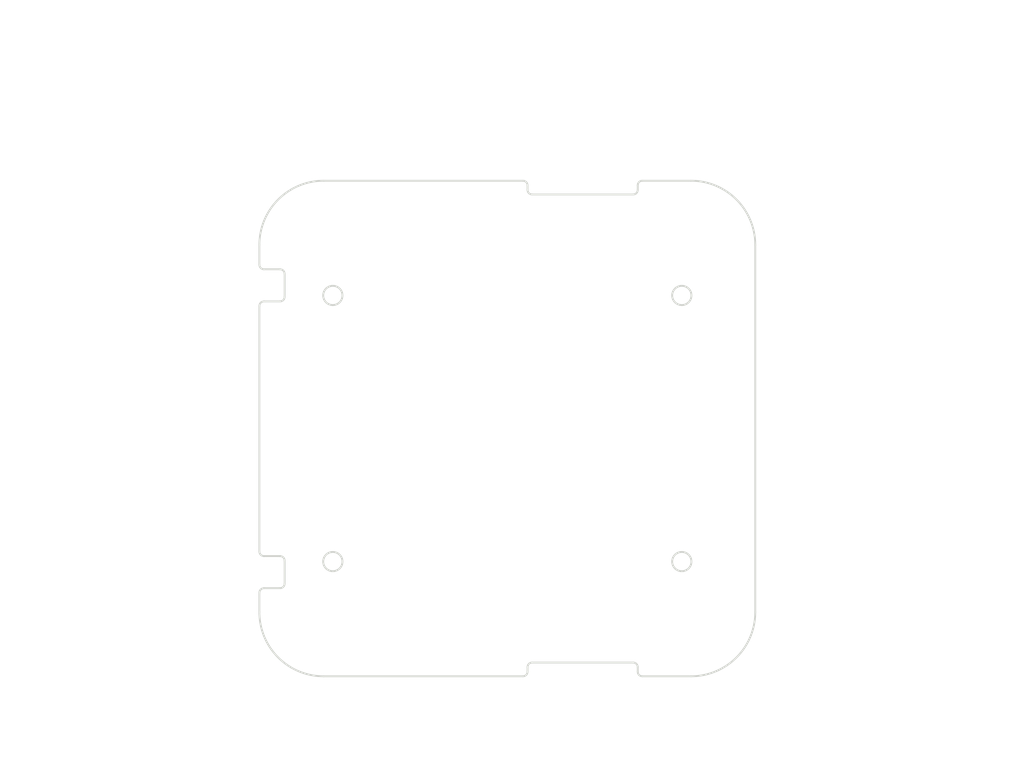
<source format=kicad_pcb>
(kicad_pcb (version 20171130) (host pcbnew "(5.1.0)-1")

  (general
    (thickness 1.6)
    (drawings 120)
    (tracks 0)
    (zones 0)
    (modules 0)
    (nets 1)
  )

  (page A4)
  (layers
    (0 F.Cu signal)
    (31 B.Cu signal)
    (32 B.Adhes user)
    (33 F.Adhes user)
    (34 B.Paste user)
    (35 F.Paste user)
    (36 B.SilkS user)
    (37 F.SilkS user)
    (38 B.Mask user)
    (39 F.Mask user)
    (40 Dwgs.User user)
    (41 Cmts.User user)
    (42 Eco1.User user)
    (43 Eco2.User user)
    (44 Edge.Cuts user)
    (45 Margin user)
    (46 B.CrtYd user)
    (47 F.CrtYd user)
    (48 B.Fab user)
    (49 F.Fab user)
  )

  (setup
    (last_trace_width 0.25)
    (trace_clearance 0.2)
    (zone_clearance 0.508)
    (zone_45_only no)
    (trace_min 0.2)
    (via_size 0.8)
    (via_drill 0.4)
    (via_min_size 0.4)
    (via_min_drill 0.3)
    (uvia_size 0.3)
    (uvia_drill 0.1)
    (uvias_allowed no)
    (uvia_min_size 0.2)
    (uvia_min_drill 0.1)
    (edge_width 0.05)
    (segment_width 0.2)
    (pcb_text_width 0.3)
    (pcb_text_size 1.5 1.5)
    (mod_edge_width 0.12)
    (mod_text_size 1 1)
    (mod_text_width 0.15)
    (pad_size 1.524 1.524)
    (pad_drill 0.762)
    (pad_to_mask_clearance 0.051)
    (solder_mask_min_width 0.25)
    (aux_axis_origin 0 0)
    (visible_elements FFFFFF7F)
    (pcbplotparams
      (layerselection 0x010fc_ffffffff)
      (usegerberextensions false)
      (usegerberattributes false)
      (usegerberadvancedattributes false)
      (creategerberjobfile false)
      (excludeedgelayer true)
      (linewidth 0.152400)
      (plotframeref false)
      (viasonmask false)
      (mode 1)
      (useauxorigin false)
      (hpglpennumber 1)
      (hpglpenspeed 20)
      (hpglpendiameter 15.000000)
      (psnegative false)
      (psa4output false)
      (plotreference true)
      (plotvalue true)
      (plotinvisibletext false)
      (padsonsilk false)
      (subtractmaskfromsilk false)
      (outputformat 1)
      (mirror false)
      (drillshape 1)
      (scaleselection 1)
      (outputdirectory ""))
  )

  (net 0 "")

  (net_class Default "This is the default net class."
    (clearance 0.2)
    (trace_width 0.25)
    (via_dia 0.8)
    (via_drill 0.4)
    (uvia_dia 0.3)
    (uvia_drill 0.1)
  )

  (gr_line (start 136.926012 65.224606) (end 136.926012 64.724606) (layer Edge.Cuts) (width 0.2))
  (gr_line (start 148.426012 65.724606) (end 137.426012 65.724606) (layer Edge.Cuts) (width 0.2))
  (gr_line (start 148.926012 64.724606) (end 148.926012 65.224606) (layer Edge.Cuts) (width 0.2))
  (gr_line (start 148.926012 117.224606) (end 148.926012 117.724606) (layer Edge.Cuts) (width 0.2))
  (gr_line (start 137.426012 116.724606) (end 148.426012 116.724606) (layer Edge.Cuts) (width 0.2))
  (gr_line (start 136.926012 117.724606) (end 136.926012 117.224606) (layer Edge.Cuts) (width 0.2))
  (gr_arc (start 136.426012 64.724606) (end 136.926012 64.724606) (angle -90) (layer Edge.Cuts) (width 0.2))
  (gr_arc (start 137.426012 65.224606) (end 136.926012 65.224606) (angle -90) (layer Edge.Cuts) (width 0.2))
  (gr_arc (start 148.426012 65.224606) (end 148.426012 65.724606) (angle -90) (layer Edge.Cuts) (width 0.2))
  (gr_arc (start 149.426012 64.724606) (end 149.426012 64.224606) (angle -90) (layer Edge.Cuts) (width 0.2))
  (gr_arc (start 149.426012 117.724606) (end 148.926012 117.724606) (angle -90) (layer Edge.Cuts) (width 0.2))
  (gr_arc (start 148.426012 117.224606) (end 148.926012 117.224606) (angle -90) (layer Edge.Cuts) (width 0.2))
  (gr_arc (start 137.426012 117.224606) (end 137.426012 116.724606) (angle -90) (layer Edge.Cuts) (width 0.2))
  (gr_arc (start 136.426012 117.724606) (end 136.426012 118.224606) (angle -90) (layer Edge.Cuts) (width 0.2))
  (gr_arc (start 114.726012 71.224606) (end 114.726012 64.224606) (angle -90) (layer Edge.Cuts) (width 0.2))
  (gr_arc (start 154.726012 71.224606) (end 161.726012 71.224606) (angle -90) (layer Edge.Cuts) (width 0.2))
  (gr_arc (start 154.726012 111.224606) (end 154.726012 118.224606) (angle -90) (layer Edge.Cuts) (width 0.2))
  (gr_arc (start 114.726012 111.224606) (end 107.726012 111.224606) (angle -90) (layer Edge.Cuts) (width 0.2))
  (gr_line (start 107.726012 71.224606) (end 107.726012 73.374606) (layer Edge.Cuts) (width 0.2))
  (gr_line (start 136.426012 64.224606) (end 114.726012 64.224606) (layer Edge.Cuts) (width 0.2))
  (gr_line (start 154.726012 64.224606) (end 149.426012 64.224606) (layer Edge.Cuts) (width 0.2))
  (gr_line (start 161.726012 111.224606) (end 161.726012 71.224606) (layer Edge.Cuts) (width 0.2))
  (gr_line (start 149.426012 118.224606) (end 154.726012 118.224606) (layer Edge.Cuts) (width 0.2))
  (gr_line (start 114.726012 118.224606) (end 136.426012 118.224606) (layer Edge.Cuts) (width 0.2))
  (gr_line (start 107.726012 109.124606) (end 107.726012 111.224606) (layer Edge.Cuts) (width 0.2))
  (gr_line (start 107.726012 77.874606) (end 107.726012 104.624606) (layer Edge.Cuts) (width 0.2))
  (gr_line (start 109.976012 108.624606) (end 108.226012 108.624606) (layer Edge.Cuts) (width 0.2))
  (gr_line (start 110.476012 105.624606) (end 110.476012 108.124606) (layer Edge.Cuts) (width 0.2))
  (gr_line (start 108.226012 105.124606) (end 109.976012 105.124606) (layer Edge.Cuts) (width 0.2))
  (gr_line (start 109.976012 77.374606) (end 108.226012 77.374606) (layer Edge.Cuts) (width 0.2))
  (gr_line (start 110.476012 74.374606) (end 110.476012 76.874606) (layer Edge.Cuts) (width 0.2))
  (gr_line (start 108.226012 73.874606) (end 109.976012 73.874606) (layer Edge.Cuts) (width 0.2))
  (gr_circle (center 115.726012 105.724606) (end 116.776012 105.724606) (layer Edge.Cuts) (width 0.2))
  (gr_circle (center 153.726012 76.724606) (end 154.776012 76.724606) (layer Edge.Cuts) (width 0.2))
  (gr_circle (center 153.726012 105.724606) (end 154.776012 105.724606) (layer Edge.Cuts) (width 0.2))
  (gr_circle (center 115.726012 76.724606) (end 116.776012 76.724606) (layer Edge.Cuts) (width 0.2))
  (gr_arc (start 108.226012 109.124606) (end 108.226012 108.624606) (angle -90) (layer Edge.Cuts) (width 0.2))
  (gr_arc (start 109.976012 108.124606) (end 109.976012 108.624606) (angle -90) (layer Edge.Cuts) (width 0.2))
  (gr_arc (start 109.976012 105.624606) (end 110.476012 105.624606) (angle -90) (layer Edge.Cuts) (width 0.2))
  (gr_arc (start 108.226012 104.624606) (end 107.726012 104.624606) (angle -90) (layer Edge.Cuts) (width 0.2))
  (gr_arc (start 108.226012 77.874606) (end 108.226012 77.374606) (angle -90) (layer Edge.Cuts) (width 0.2))
  (gr_arc (start 109.976012 76.874606) (end 109.976012 77.374606) (angle -90) (layer Edge.Cuts) (width 0.2))
  (gr_arc (start 109.976012 74.374606) (end 110.476012 74.374606) (angle -90) (layer Edge.Cuts) (width 0.2))
  (gr_arc (start 108.226012 73.374606) (end 107.726012 73.374606) (angle -90) (layer Edge.Cuts) (width 0.2))
  (gr_text [1.61] (at 83.509085 86.564067) (layer Dwgs.User)
    (effects (font (size 1.7 1.53) (thickness 0.2125)))
  )
  (gr_text " 40.90" (at 83.509085 83.006632) (layer Dwgs.User)
    (effects (font (size 1.7 1.53) (thickness 0.2125)))
  )
  (gr_line (start 83.509085 66.224606) (end 83.509085 81.117171) (layer Dwgs.User) (width 0.2))
  (gr_line (start 83.509085 103.124606) (end 83.509085 88.232041) (layer Dwgs.User) (width 0.2))
  (gr_line (start 113.726012 64.224606) (end 80.334085 64.224606) (layer Dwgs.User) (width 0.2))
  (gr_line (start 107.226012 105.124606) (end 80.334085 105.124606) (layer Dwgs.User) (width 0.2))
  (gr_text [.38] (at 103.745636 60.141735) (layer Dwgs.User)
    (effects (font (size 1.7 1.53) (thickness 0.2125)))
  )
  (gr_text " 9.65" (at 103.745636 56.5843) (layer Dwgs.User)
    (effects (font (size 1.7 1.53) (thickness 0.2125)))
  )
  (gr_line (start 98.352151 58.252274) (end 100.352151 58.252274) (layer Dwgs.User) (width 0.2))
  (gr_line (start 98.352151 64.224606) (end 98.352151 58.252274) (layer Dwgs.User) (width 0.2))
  (gr_line (start 98.352151 71.874606) (end 98.352151 66.224606) (layer Dwgs.User) (width 0.2))
  (gr_line (start 107.226012 73.874606) (end 95.177151 73.874606) (layer Dwgs.User) (width 0.2))
  (gr_line (start 113.726012 64.224606) (end 95.177151 64.224606) (layer Dwgs.User) (width 0.2))
  (gr_text [.11] (at 100.332526 85.366157) (layer Dwgs.User)
    (effects (font (size 1.7 1.53) (thickness 0.2125)))
  )
  (gr_text " 2.75" (at 100.332526 81.808721) (layer Dwgs.User)
    (effects (font (size 1.7 1.53) (thickness 0.2125)))
  )
  (gr_line (start 105.726012 83.476696) (end 103.726012 83.476696) (layer Dwgs.User) (width 0.2))
  (gr_line (start 112.476012 83.476696) (end 114.476012 83.476696) (layer Dwgs.User) (width 0.2))
  (gr_line (start 110.476012 77.874606) (end 110.476012 86.651696) (layer Dwgs.User) (width 0.2))
  (gr_text [.14] (at 92.788661 70.289112) (layer Dwgs.User)
    (effects (font (size 1.7 1.53) (thickness 0.2125)))
  )
  (gr_text " 3.50" (at 92.788661 66.731097) (layer Dwgs.User)
    (effects (font (size 1.7 1.53) (thickness 0.2125)))
  )
  (gr_line (start 87.404452 68.39965) (end 89.404452 68.39965) (layer Dwgs.User) (width 0.2))
  (gr_line (start 87.404452 71.874606) (end 87.404452 68.39965) (layer Dwgs.User) (width 0.2))
  (gr_line (start 87.404452 79.374606) (end 87.404452 81.374606) (layer Dwgs.User) (width 0.2))
  (gr_line (start 107.226012 77.374606) (end 84.229452 77.374606) (layer Dwgs.User) (width 0.2))
  (gr_line (start 107.226012 73.874606) (end 84.229452 73.874606) (layer Dwgs.User) (width 0.2))
  (gr_text [.50] (at 168.58171 125.849199) (layer Dwgs.User)
    (effects (font (size 1.7 1.53) (thickness 0.2125)))
  )
  (gr_text " 12.80" (at 168.58171 122.291764) (layer Dwgs.User)
    (effects (font (size 1.7 1.53) (thickness 0.2125)))
  )
  (gr_line (start 161.726012 123.959738) (end 164.537098 123.959738) (layer Dwgs.User) (width 0.2))
  (gr_line (start 150.926012 123.959738) (end 159.726012 123.959738) (layer Dwgs.User) (width 0.2))
  (gr_line (start 148.926012 118.724606) (end 148.926012 127.134738) (layer Dwgs.User) (width 0.2))
  (gr_line (start 161.726012 112.224606) (end 161.726012 127.134738) (layer Dwgs.User) (width 0.2))
  (gr_line (start 115.726012 105.814606) (end 115.726012 105.634606) (layer Dwgs.User) (width 0.2))
  (gr_line (start 115.636012 105.724606) (end 115.816012 105.724606) (layer Dwgs.User) (width 0.2))
  (gr_text " ∅2.10\n[∅0.08]" (at 99.403755 99.35921) (layer Dwgs.User)
    (effects (font (size 1.7 1.53) (thickness 0.2125)))
  )
  (gr_line (start 105.940624 99.35921) (end 113.169343 104.061493) (layer Dwgs.User) (width 0.2))
  (gr_line (start 103.940624 99.35921) (end 105.940624 99.35921) (layer Dwgs.User) (width 0.2))
  (gr_text [R0.28] (at 98.037041 117.186951) (layer Dwgs.User)
    (effects (font (size 1.7 1.53) (thickness 0.2125)))
  )
  (gr_text " R7.00" (at 98.037041 113.629516) (layer Dwgs.User)
    (effects (font (size 1.7 1.53) (thickness 0.2125)))
  )
  (gr_line (start 104.507812 115.29749) (end 106.365666 114.556966) (layer Dwgs.User) (width 0.2))
  (gr_line (start 102.507812 115.29749) (end 104.507812 115.29749) (layer Dwgs.User) (width 0.2))
  (gr_text [.47] (at 130.070314 125.975187) (layer Dwgs.User)
    (effects (font (size 1.7 1.53) (thickness 0.2125)))
  )
  (gr_text " 12.00" (at 130.070314 122.421231) (layer Dwgs.User)
    (effects (font (size 1.7 1.53) (thickness 0.2125)))
  )
  (gr_line (start 136.926012 124.089205) (end 134.114926 124.089205) (layer Dwgs.User) (width 0.2))
  (gr_line (start 146.926012 124.089205) (end 138.926012 124.089205) (layer Dwgs.User) (width 0.2))
  (gr_line (start 148.926012 118.724606) (end 148.926012 127.264205) (layer Dwgs.User) (width 0.2))
  (gr_line (start 136.926012 118.724606) (end 136.926012 127.264205) (layer Dwgs.User) (width 0.2))
  (gr_text [2.01] (at 177.910162 101.421244) (layer Dwgs.User)
    (effects (font (size 1.7 1.53) (thickness 0.2125)))
  )
  (gr_text " 51.00" (at 177.910162 97.863808) (layer Dwgs.User)
    (effects (font (size 1.7 1.53) (thickness 0.2125)))
  )
  (gr_line (start 177.910162 114.724606) (end 177.910162 103.089218) (layer Dwgs.User) (width 0.2))
  (gr_line (start 177.910162 67.724606) (end 177.910162 95.974347) (layer Dwgs.User) (width 0.2))
  (gr_line (start 149.426012 116.724606) (end 181.085162 116.724606) (layer Dwgs.User) (width 0.2))
  (gr_line (start 149.426012 65.724606) (end 181.085162 65.724606) (layer Dwgs.User) (width 0.2))
  (gr_text [1.50] (at 142.226012 60.274898) (layer Dwgs.User)
    (effects (font (size 1.7 1.53) (thickness 0.2125)))
  )
  (gr_text " 38.00" (at 142.226012 56.716883) (layer Dwgs.User)
    (effects (font (size 1.7 1.53) (thickness 0.2125)))
  )
  (gr_line (start 117.726012 58.385437) (end 138.181401 58.385437) (layer Dwgs.User) (width 0.2))
  (gr_line (start 151.726012 58.385437) (end 146.270623 58.385437) (layer Dwgs.User) (width 0.2))
  (gr_line (start 115.726012 75.724606) (end 115.726012 55.210437) (layer Dwgs.User) (width 0.2))
  (gr_line (start 153.726012 75.724606) (end 153.726012 55.210437) (layer Dwgs.User) (width 0.2))
  (gr_text [1.14] (at 169.726012 90.114067) (layer Dwgs.User)
    (effects (font (size 1.7 1.53) (thickness 0.2125)))
  )
  (gr_text " 29.00" (at 169.726012 86.556632) (layer Dwgs.User)
    (effects (font (size 1.7 1.53) (thickness 0.2125)))
  )
  (gr_line (start 169.726012 103.724606) (end 169.726012 91.782041) (layer Dwgs.User) (width 0.2))
  (gr_line (start 169.726012 78.724606) (end 169.726012 84.667171) (layer Dwgs.User) (width 0.2))
  (gr_line (start 154.726012 105.724606) (end 172.901012 105.724606) (layer Dwgs.User) (width 0.2))
  (gr_line (start 154.726012 76.724606) (end 172.901012 76.724606) (layer Dwgs.User) (width 0.2))
  (gr_text [2.13] (at 186.977423 89.962136) (layer Dwgs.User)
    (effects (font (size 1.7 1.53) (thickness 0.2125)))
  )
  (gr_text " 54.00" (at 186.977423 86.404701) (layer Dwgs.User)
    (effects (font (size 1.7 1.53) (thickness 0.2125)))
  )
  (gr_line (start 186.977423 116.224606) (end 186.977423 91.63011) (layer Dwgs.User) (width 0.2))
  (gr_line (start 186.977423 66.224606) (end 186.977423 84.515239) (layer Dwgs.User) (width 0.2))
  (gr_line (start 155.726012 118.224606) (end 190.152423 118.224606) (layer Dwgs.User) (width 0.2))
  (gr_line (start 155.726012 64.224606) (end 190.152423 64.224606) (layer Dwgs.User) (width 0.2))
  (gr_text [2.13] (at 135.184128 49.696427) (layer Dwgs.User)
    (effects (font (size 1.7 1.53) (thickness 0.2125)))
  )
  (gr_text " 54.00" (at 135.184128 46.138992) (layer Dwgs.User)
    (effects (font (size 1.7 1.53) (thickness 0.2125)))
  )
  (gr_line (start 109.726012 47.806966) (end 131.139517 47.806966) (layer Dwgs.User) (width 0.2))
  (gr_line (start 159.726012 47.806966) (end 139.228739 47.806966) (layer Dwgs.User) (width 0.2))
  (gr_line (start 107.726012 70.224606) (end 107.726012 44.631966) (layer Dwgs.User) (width 0.2))
  (gr_line (start 161.726012 70.224606) (end 161.726012 44.631966) (layer Dwgs.User) (width 0.2))

)

</source>
